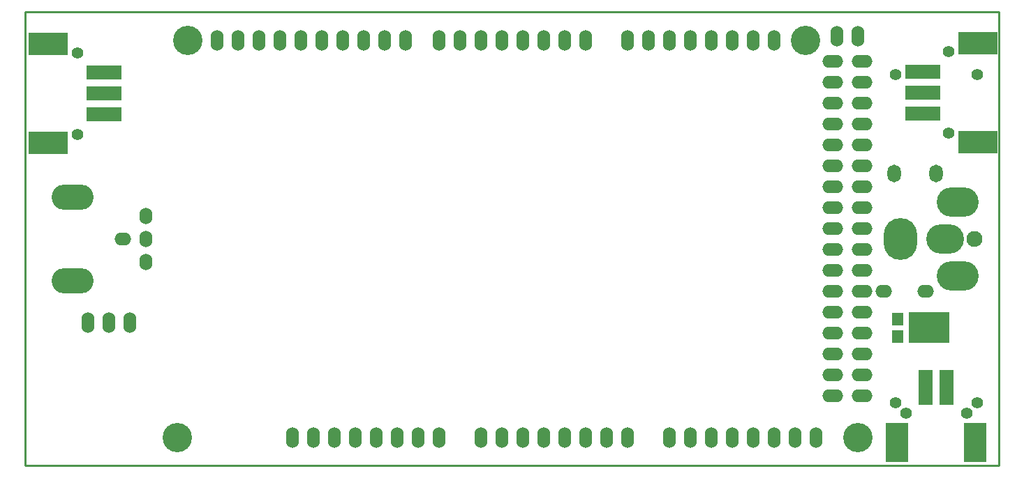
<source format=gtl>
G04 #@! TF.GenerationSoftware,KiCad,Pcbnew,no-vcs-found-7571~57~ubuntu16.04.1*
G04 #@! TF.CreationDate,2017-02-02T16:12:20-05:00*
G04 #@! TF.ProjectId,h_bridge_controller_5x3,74656D706C6174655F3578332E6B6963,1.0*
G04 #@! TF.FileFunction,Copper,L1,Top,Signal*
G04 #@! TF.FilePolarity,Positive*
%FSLAX46Y46*%
G04 Gerber Fmt 4.6, Leading zero omitted, Abs format (unit mm)*
G04 Created by KiCad (PCBNEW no-vcs-found-7571~57~ubuntu16.04.1) date Thu Feb  2 16:12:20 2017*
%MOMM*%
%LPD*%
G01*
G04 APERTURE LIST*
%ADD10C,0.100000*%
%ADD11C,0.228600*%
%ADD12C,3.556000*%
%ADD13O,1.524000X2.540000*%
%ADD14O,2.540000X1.524000*%
%ADD15C,1.930400*%
%ADD16O,4.572000X3.556000*%
%ADD17O,4.064000X5.080000*%
%ADD18O,5.080000X3.556000*%
%ADD19O,5.080000X3.048000*%
%ADD20O,2.032000X1.524000*%
%ADD21O,1.524000X2.032000*%
%ADD22O,1.651000X2.159000*%
%ADD23R,4.191000X1.778000*%
%ADD24C,1.397000*%
%ADD25R,4.826000X2.794000*%
%ADD26R,1.778000X4.191000*%
%ADD27R,2.794000X4.826000*%
%ADD28R,4.960000X3.800000*%
%ADD29R,1.440000X1.600000*%
G04 APERTURE END LIST*
D10*
D11*
X211455000Y-75311000D02*
X93345000Y-75311000D01*
X211455000Y-130429000D02*
X211455000Y-75311000D01*
X93345000Y-130429000D02*
X211455000Y-130429000D01*
X93345000Y-75311000D02*
X93345000Y-130429000D01*
D12*
X111760000Y-127000000D03*
X113030000Y-78740000D03*
X194310000Y-127000000D03*
X187960000Y-78740000D03*
D13*
X125730000Y-127000000D03*
X128270000Y-127000000D03*
X130810000Y-127000000D03*
X133350000Y-127000000D03*
X135890000Y-127000000D03*
X138430000Y-127000000D03*
X140970000Y-127000000D03*
X143510000Y-127000000D03*
X148590000Y-127000000D03*
X151130000Y-127000000D03*
X153670000Y-127000000D03*
X156210000Y-127000000D03*
X158750000Y-127000000D03*
X161290000Y-127000000D03*
X163830000Y-127000000D03*
X166370000Y-127000000D03*
X171450000Y-127000000D03*
X173990000Y-127000000D03*
X176530000Y-127000000D03*
X179070000Y-127000000D03*
X181610000Y-127000000D03*
X184150000Y-127000000D03*
X186690000Y-127000000D03*
X189230000Y-127000000D03*
X116586000Y-78740000D03*
X119126000Y-78740000D03*
X121666000Y-78740000D03*
X124206000Y-78740000D03*
X126746000Y-78740000D03*
X129286000Y-78740000D03*
X131826000Y-78740000D03*
X134366000Y-78740000D03*
X136906000Y-78740000D03*
X139446000Y-78740000D03*
X143510000Y-78740000D03*
X161290000Y-78740000D03*
X158750000Y-78740000D03*
X156210000Y-78740000D03*
X153670000Y-78740000D03*
X151130000Y-78740000D03*
X148590000Y-78740000D03*
X146050000Y-78740000D03*
X166370000Y-78740000D03*
X168910000Y-78740000D03*
X171450000Y-78740000D03*
X173990000Y-78740000D03*
X176530000Y-78740000D03*
X179070000Y-78740000D03*
X181610000Y-78740000D03*
X184150000Y-78740000D03*
X191770000Y-78232000D03*
X194310000Y-78232000D03*
D14*
X191262000Y-81280000D03*
X194818000Y-81280000D03*
X191262000Y-83820000D03*
X194818000Y-83820000D03*
X191262000Y-86360000D03*
X194818000Y-86360000D03*
X191262000Y-88900000D03*
X194818000Y-88900000D03*
X191262000Y-91440000D03*
X194818000Y-91440000D03*
X191262000Y-93980000D03*
X194818000Y-93980000D03*
X191262000Y-96520000D03*
X194818000Y-96520000D03*
X191262000Y-99060000D03*
X194818000Y-99060000D03*
X191262000Y-101600000D03*
X194818000Y-101600000D03*
X191262000Y-104140000D03*
X194818000Y-104140000D03*
X191262000Y-106680000D03*
X194818000Y-106680000D03*
X191262000Y-109220000D03*
X194818000Y-109220000D03*
X191262000Y-111760000D03*
X194818000Y-111760000D03*
X191262000Y-114300000D03*
X194818000Y-114300000D03*
X191262000Y-116840000D03*
X194818000Y-116840000D03*
X191262000Y-119380000D03*
X194818000Y-119380000D03*
X191262000Y-121920000D03*
X194818000Y-121920000D03*
D13*
X103505000Y-113030000D03*
X100965000Y-113030000D03*
X106045000Y-113030000D03*
D15*
X208457800Y-102870000D03*
D16*
X204952600Y-102870000D03*
D17*
X199466200Y-102870000D03*
D18*
X206451200Y-98374200D03*
X206451200Y-107365800D03*
D19*
X99060000Y-107950000D03*
X99060000Y-97790000D03*
D20*
X105156000Y-102870000D03*
D21*
X107950000Y-102870000D03*
X107950000Y-100076000D03*
X107950000Y-105664000D03*
D22*
X198755000Y-94970600D03*
X203835000Y-94970600D03*
D23*
X102870000Y-87757000D03*
X102870000Y-85217000D03*
X102870000Y-82677000D03*
D24*
X99695000Y-90170000D03*
X99695000Y-80264000D03*
D25*
X96139000Y-91211400D03*
X96139000Y-79222600D03*
D24*
X208788000Y-82931000D03*
X198882000Y-82931000D03*
D23*
X202184000Y-82550000D03*
X202184000Y-85090000D03*
X202184000Y-87630000D03*
D24*
X205359000Y-80137000D03*
X205359000Y-90043000D03*
D25*
X208915000Y-79095600D03*
X208915000Y-91084400D03*
D24*
X198882000Y-122809000D03*
X208788000Y-122809000D03*
D26*
X205105000Y-120904000D03*
X202565000Y-120904000D03*
D24*
X207518000Y-124079000D03*
X200152000Y-124079000D03*
D27*
X208559400Y-127635000D03*
X199110600Y-127635000D03*
D20*
X197485000Y-109220000D03*
X202565000Y-109220000D03*
D28*
X202950000Y-113665000D03*
D29*
X199150000Y-114730000D03*
X199150000Y-112600000D03*
M02*

</source>
